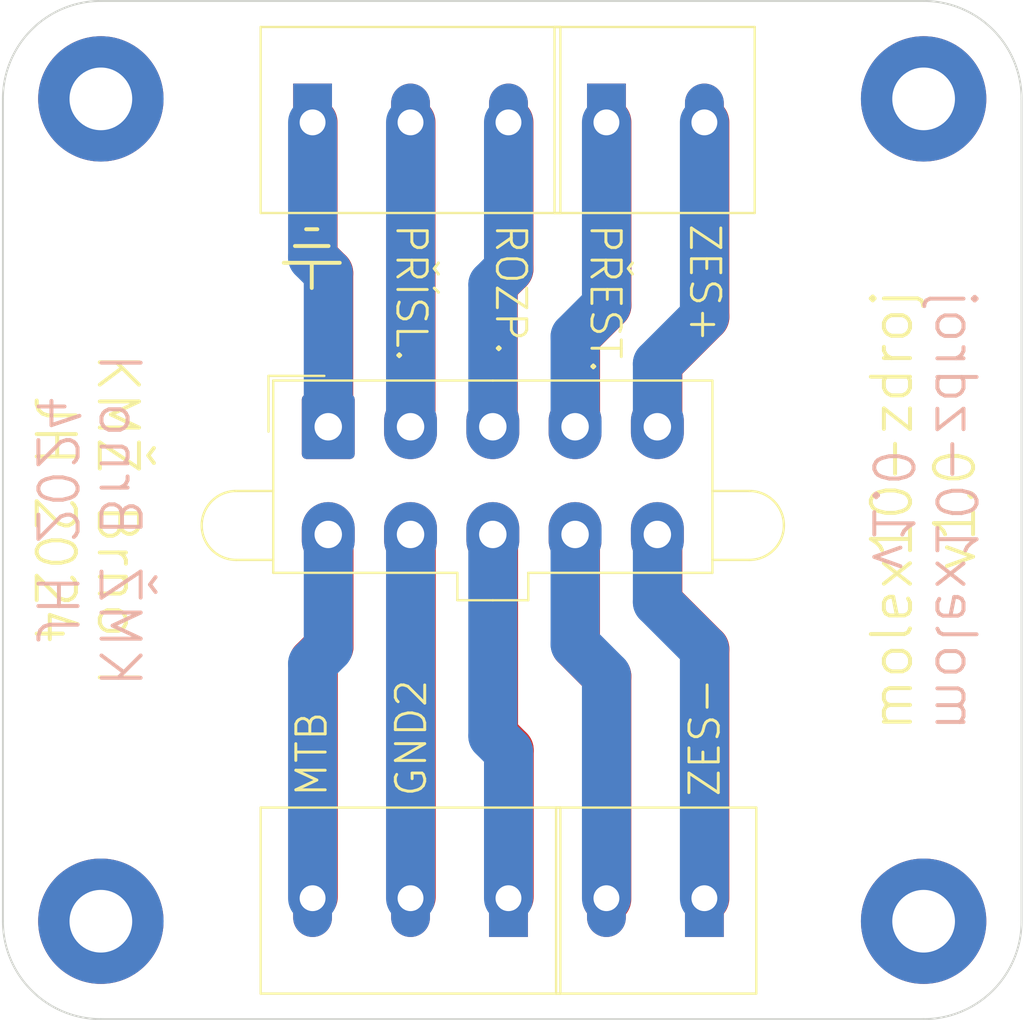
<source format=kicad_pcb>
(kicad_pcb (version 20221018) (generator pcbnew)
  (layers (0 "F.Cu" signal) (31 "B.Cu" signal) (34 "B.Paste" user) (35 "F.Paste" user) (36 "B.SilkS" user "B.Silkscreen") (37 "F.SilkS" user "F.Silkscreen") (38 "B.Mask" user) (39 "F.Mask" user) (44 "Edge.Cuts" user))
  (net 0 "")
  (net 1 "/GND")
  (net 2 "/ACC")
  (net 3 "/DISC")
  (net 4 "/SWITCH")
  (net 5 "/BOOST+")
  (net 6 "/BOOST-")
  (net 7 "Net-(J2-Pin_8)")
  (net 8 "/GND2")
  (net 9 "/MTB")
  (net 10 "Net-(J2-Pin_9)")
  (footprint "Connector_Molex:Molex_Mini-Fit_Jr_5566-10A2_2x05_P4.20mm_Vertical" (layer "F.Cu") (at 97.108 91.746)
    (fp_text reference "J2" hide)
    (fp_text value "Conn_02x04_Counter_Clockwise")
    (fp_line (start -4.7 3.28) (end -2.81 3.28) (stroke (width 0.12)) (layer "F.SilkS"))
    (fp_line (start -4.7 6.8) (end -2.81 6.8) (stroke (width 0.12)) (layer "F.SilkS"))
    (fp_line (start -3.05 -2.6) (end -3.05 0.25) (stroke (width 0.12)) (layer "F.SilkS"))
    (fp_line (start -2.81 -2.36) (end -2.81 7.46) (stroke (width 0.12)) (layer "F.SilkS"))
    (fp_line (start -2.81 7.46) (end 6.59 7.46) (stroke (width 0.12)) (layer "F.SilkS"))
    (fp_line (start -0.2 -2.6) (end -3.05 -2.6) (stroke (width 0.12)) (layer "F.SilkS"))
    (fp_line (start 6.59 7.46) (end 6.59 8.86) (stroke (width 0.12)) (layer "F.SilkS"))
    (fp_line (start 6.59 8.86) (end 8.4 8.86) (stroke (width 0.12)) (layer "F.SilkS"))
    (fp_line (start 8.4 -2.36) (end -2.81 -2.36) (stroke (width 0.12)) (layer "F.SilkS"))
    (fp_line (start 8.4 -2.36) (end 19.61 -2.36) (stroke (width 0.12)) (layer "F.SilkS"))
    (fp_line (start 10.21 7.46) (end 10.21 8.86) (stroke (width 0.12)) (layer "F.SilkS"))
    (fp_line (start 10.21 8.86) (end 8.4 8.86) (stroke (width 0.12)) (layer "F.SilkS"))
    (fp_line (start 19.61 -2.36) (end 19.61 7.46) (stroke (width 0.12)) (layer "F.SilkS"))
    (fp_line (start 19.61 7.46) (end 10.21 7.46) (stroke (width 0.12)) (layer "F.SilkS"))
    (fp_line (start 21.5 3.28) (end 19.61 3.28) (stroke (width 0.12)) (layer "F.SilkS"))
    (fp_line (start 21.5 6.8) (end 19.61 6.8) (stroke (width 0.12)) (layer "F.SilkS"))
    (fp_arc (start -4.7 6.8) (mid -6.46 5.04) (end -4.7 3.28) (stroke (width 0.12)) (layer "F.SilkS"))
    (fp_arc (start 21.5 3.28) (mid 23.26 5.04) (end 21.5 6.8) (stroke (width 0.12)) (layer "F.SilkS"))
    (pad "" np_thru_hole circle (at -4.7 5.04) (size 3 3) (drill 3) (layers "*.Cu" "*.Mask"))
    (pad "" np_thru_hole circle (at 21.5 5.04) (size 3 3) (drill 3) (layers "*.Cu" "*.Mask"))
    (pad "1" thru_hole roundrect (at 0 0) (size 2.7 3.3) (drill 1.4) (layers "*.Cu" "*.Mask") (roundrect_rratio 0.092593) (net 1 "/GND"))
    (pad "2" thru_hole oval (at 4.2 0) (size 2.7 3.3) (drill 1.4) (layers "*.Cu" "*.Mask") (net 2 "/ACC"))
    (pad "3" thru_hole oval (at 8.4 0) (size 2.7 3.3) (drill 1.4) (layers "*.Cu" "*.Mask") (net 3 "/DISC"))
    (pad "4" thru_hole oval (at 12.6 0) (size 2.7 3.3) (drill 1.4) (layers "*.Cu" "*.Mask") (net 4 "/SWITCH"))
    (pad "5" thru_hole oval (at 16.8 0) (size 2.7 3.3) (drill 1.4) (layers "*.Cu" "*.Mask") (net 5 "/BOOST+"))
    (pad "6" thru_hole oval (at 0 5.5) (size 2.7 3.3) (drill 1.4) (layers "*.Cu" "*.Mask") (net 9 "/MTB"))
    (pad "7" thru_hole oval (at 4.2 5.5) (size 2.7 3.3) (drill 1.4) (layers "*.Cu" "*.Mask") (net 8 "/GND2"))
    (pad "8" thru_hole oval (at 8.4 5.5) (size 2.7 3.3) (drill 1.4) (layers "*.Cu" "*.Mask") (net 7 "Net-(J2-Pin_8)"))
    (pad "9" thru_hole oval (at 12.6 5.5) (size 2.7 3.3) (drill 1.4) (layers "*.Cu" "*.Mask") (net 10 "Net-(J2-Pin_9)"))
    (pad "10" thru_hole oval (at 16.8 5.5) (size 2.7 3.3) (drill 1.4) (layers "*.Cu" "*.Mask") (net 6 "/BOOST-"))
  )
  (footprint "TerminalBlock_Euroclamp:MVE252-5-V" (layer "F.Cu") (at 113.808 76.2)
    (fp_text reference "J4" hide)
    (fp_text value "MVE252-5-V")
    (fp_line (start -5.15 -4.872) (end 5.07 -4.872) (stroke (width 0.12)) (layer "F.SilkS"))
    (fp_line (start -5.15 4.628) (end -5.15 -4.872) (stroke (width 0.12)) (layer "F.SilkS"))
    (fp_line (start 5.07 -4.872) (end 5.07 4.628) (stroke (width 0.12)) (layer "F.SilkS"))
    (fp_line (start 5.07 4.628) (end -5.15 4.628) (stroke (width 0.12)) (layer "F.SilkS"))
    (pad "1" thru_hole rect (at -2.5 0) (size 1.98 3.96) (drill 1.32) (layers "*.Cu" "*.Mask") (net 4 "/SWITCH"))
    (pad "2" thru_hole oval (at 2.5 0) (size 1.98 3.96) (drill 1.32) (layers "*.Cu" "*.Mask") (net 5 "/BOOST+"))
  )
  (footprint "MountingHole:MountingHole_3.2mm_M3_Pad" (layer "F.Cu") (at 85.5 75)
    (fp_text reference "H1" hide)
    (fp_text value "MountingHole")
    (pad "1" thru_hole circle (at 0 0) (size 6.4 6.4) (drill 3.2) (layers "*.Cu" "*.Mask"))
  )
  (footprint "TerminalBlock_Euroclamp:MVE253-5-V" (layer "F.Cu") (at 101.308 76.2)
    (fp_text reference "J1" hide)
    (fp_text value "MVE253-5-V")
    (fp_line (start -7.65 -4.872) (end 7.65 -4.872) (stroke (width 0.12)) (layer "F.SilkS"))
    (fp_line (start -7.65 4.628) (end -7.65 -4.872) (stroke (width 0.12)) (layer "F.SilkS"))
    (fp_line (start 7.65 -4.872) (end 7.65 4.628) (stroke (width 0.12)) (layer "F.SilkS"))
    (fp_line (start 7.65 4.628) (end -7.65 4.628) (stroke (width 0.12)) (layer "F.SilkS"))
    (pad "1" thru_hole rect (at -5 0) (size 1.98 3.96) (drill 1.32) (layers "*.Cu" "*.Mask") (net 1 "/GND"))
    (pad "2" thru_hole oval (at 0 0) (size 1.98 3.96) (drill 1.32) (layers "*.Cu" "*.Mask") (net 2 "/ACC"))
    (pad "3" thru_hole oval (at 5 0) (size 1.98 3.96) (drill 1.32) (layers "*.Cu" "*.Mask") (net 3 "/DISC"))
  )
  (footprint "TerminalBlock_Euroclamp:MVE253-5-V" (layer "F.Cu") (at 101.308 115.824 180)
    (fp_text reference "J3" hide)
    (fp_text value "MVE253-5-V")
    (fp_line (start -7.65 -4.872) (end 7.65 -4.872) (stroke (width 0.12)) (layer "F.SilkS"))
    (fp_line (start -7.65 4.628) (end -7.65 -4.872) (stroke (width 0.12)) (layer "F.SilkS"))
    (fp_line (start 7.65 -4.872) (end 7.65 4.628) (stroke (width 0.12)) (layer "F.SilkS"))
    (fp_line (start 7.65 4.628) (end -7.65 4.628) (stroke (width 0.12)) (layer "F.SilkS"))
    (pad "1" thru_hole rect (at -5 0 180) (size 1.98 3.96) (drill 1.32) (layers "*.Cu" "*.Mask") (net 7 "Net-(J2-Pin_8)"))
    (pad "2" thru_hole oval (at 0 0 180) (size 1.98 3.96) (drill 1.32) (layers "*.Cu" "*.Mask") (net 8 "/GND2"))
    (pad "3" thru_hole oval (at 5 0 180) (size 1.98 3.96) (drill 1.32) (layers "*.Cu" "*.Mask") (net 9 "/MTB"))
  )
  (footprint "MountingHole:MountingHole_3.2mm_M3_Pad" (layer "F.Cu") (at 127.5 75)
    (fp_text reference "H4" hide)
    (fp_text value "MountingHole")
    (pad "1" thru_hole circle (at 0 0) (size 6.4 6.4) (drill 3.2) (layers "*.Cu" "*.Mask"))
  )
  (footprint "TerminalBlock_Euroclamp:MVE252-5-V" (layer "F.Cu") (at 113.808 115.824 180)
    (fp_text reference "J5" hide)
    (fp_text value "MVE252-5-V")
    (fp_line (start -5.15 -4.872) (end 5.07 -4.872) (stroke (width 0.12)) (layer "F.SilkS"))
    (fp_line (start -5.15 4.628) (end -5.15 -4.872) (stroke (width 0.12)) (layer "F.SilkS"))
    (fp_line (start 5.07 -4.872) (end 5.07 4.628) (stroke (width 0.12)) (layer "F.SilkS"))
    (fp_line (start 5.07 4.628) (end -5.15 4.628) (stroke (width 0.12)) (layer "F.SilkS"))
    (pad "1" thru_hole rect (at -2.5 0 180) (size 1.98 3.96) (drill 1.32) (layers "*.Cu" "*.Mask") (net 6 "/BOOST-"))
    (pad "2" thru_hole oval (at 2.5 0 180) (size 1.98 3.96) (drill 1.32) (layers "*.Cu" "*.Mask") (net 10 "Net-(J2-Pin_9)"))
  )
  (footprint "MountingHole:MountingHole_3.2mm_M3_Pad" (layer "F.Cu") (at 127.5 117)
    (fp_text reference "H2" hide)
    (fp_text value "MountingHole")
    (pad "1" thru_hole circle (at 0 0) (size 6.4 6.4) (drill 3.2) (layers "*.Cu" "*.Mask"))
  )
  (footprint "MountingHole:MountingHole_3.2mm_M3_Pad" (layer "F.Cu") (at 85.5 117)
    (fp_text reference "H3" hide)
    (fp_text value "MountingHole")
    (pad "1" thru_hole circle (at 0 0) (size 6.4 6.4) (drill 3.2) (layers "*.Cu" "*.Mask"))
  )
  (gr_arc (start 127.5 70) (mid 131.035534 71.464466) (end 132.5 75) (stroke (width 0.1)) (layer "Edge.Cuts"))
  (gr_arc (start 80.5 75) (mid 81.964466 71.464466) (end 85.5 70) (stroke (width 0.1)) (layer "Edge.Cuts"))
  (gr_line (start 127.5 122) (end 85.5 122) (stroke (width 0.1)) (layer "Edge.Cuts"))
  (gr_line (start 80.5 117) (end 80.5 75) (stroke (width 0.1)) (layer "Edge.Cuts"))
  (gr_line (start 85.5 70) (end 127.5 70) (stroke (width 0.1)) (layer "Edge.Cuts"))
  (gr_line (start 132.5 75) (end 132.5 117) (stroke (width 0.1)) (layer "Edge.Cuts"))
  (gr_arc (start 85.5 122) (mid 81.964466 120.535534) (end 80.5 117) (stroke (width 0.1)) (layer "Edge.Cuts"))
  (gr_arc (start 132.5 117) (mid 131.035534 120.535534) (end 127.5 122) (stroke (width 0.1)) (layer "Edge.Cuts"))
  (gr_text "KMŽ Brno I\nJH 2024" (at 84.836 96.52 -90) (layer "B.SilkS") (effects (font (size 2 2) (thickness 0.2)) (justify mirror)))
  (gr_text "molex10-zdroj\nv1.0" (at 127.508 96.012 -90) (layer "B.SilkS") (effects (font (size 2 2) (thickness 0.2)) (justify mirror)))
  (gr_text "GND2" (at 101.346 110.744 90) (layer "F.SilkS") (effects (font (size 1.5 1.5)) (justify left)))
  (gr_text "ROZP." (at 106.426 81.28 -90) (layer "F.SilkS") (effects (font (size 1.5 1.5)) (justify left)))
  (gr_text "MTB" (at 96.266 110.744 90) (layer "F.SilkS") (effects (font (size 1.5 1.5)) (justify left)))
  (gr_text "molex10-zdroj\nv1.0" (at 127.5 96 90) (layer "F.SilkS") (effects (font (size 2 2) (thickness 0.2))))
  (gr_text "ZES-" (at 116.332 110.744 90) (layer "F.SilkS") (effects (font (size 1.5 1.5)) (justify left)))
  (gr_text "PŘEST." (at 111.252 81.28 -90) (layer "F.SilkS") (effects (font (size 1.5 1.5)) (justify left)))
  (gr_text "ZES+" (at 116.332 81.28 -90) (layer "F.SilkS") (effects (font (size 1.5 1.5)) (justify left)))
  (gr_text "⏚" (at 96.266 81.28 180) (layer "F.SilkS") (effects (font (size 3 3) (thickness 0.2)) (justify bottom)))
  (gr_text "KMŽ Brno I\nJH 2024" (at 84.75 96.5 270) (layer "F.SilkS") (effects (font (size 2 2) (thickness 0.2))))
  (gr_text "PŘÍSL." (at 101.346 81.28 270) (layer "F.SilkS") (effects (font (size 1.5 1.5)) (justify left)))
  (segment (start 96.332 76.2) (end 96.332 83.1) (width 2.5) (layer "F.Cu") (net 1))
  (segment (start 96.332 83.1) (end 97.132 83.9) (width 2.5) (layer "F.Cu") (net 1))
  (segment (start 97.132 83.9) (end 97.132 91.746) (width 2.5) (layer "F.Cu") (net 1))
  (segment (start 97.108 83.9) (end 97.108 91.746) (width 2.5) (layer "B.Cu") (net 1))
  (segment (start 96.308 83.1) (end 97.108 83.9) (width 2.5) (layer "B.Cu") (net 1))
  (segment (start 96.308 76.2) (end 96.308 83.1) (width 2.5) (layer "B.Cu") (net 1))
  (segment (start 101.332 91.746) (end 101.332 76.2) (width 2.5) (layer "F.Cu") (net 2))
  (segment (start 101.308 91.746) (end 101.308 76.2) (width 2.5) (layer "B.Cu") (net 2))
  (segment (start 105.532 84.484) (end 106.332 83.684) (width 2.5) (layer "F.Cu") (net 3))
  (segment (start 106.332 83.684) (end 106.332 76.2) (width 2.5) (layer "F.Cu") (net 3))
  (segment (start 105.532 91.746) (end 105.532 84.484) (width 2.5) (layer "F.Cu") (net 3))
  (segment (start 106.308 83.684) (end 106.308 76.2) (width 2.5) (layer "B.Cu") (net 3))
  (segment (start 105.508 91.746) (end 105.508 84.484) (width 2.5) (layer "B.Cu") (net 3))
  (segment (start 105.508 84.484) (end 106.308 83.684) (width 2.5) (layer "B.Cu") (net 3))
  (segment (start 111.332 85.542) (end 111.332 76.2) (width 2.5) (layer "F.Cu") (net 4))
  (segment (start 109.732 91.746) (end 109.732 87.142) (width 2.5) (layer "F.Cu") (net 4))
  (segment (start 109.732 87.142) (end 111.332 85.542) (width 2.5) (layer "F.Cu") (net 4))
  (segment (start 109.708 91.746) (end 109.708 87.142) (width 2.5) (layer "B.Cu") (net 4))
  (segment (start 109.708 87.142) (end 111.308 85.542) (width 2.5) (layer "B.Cu") (net 4))
  (segment (start 111.308 85.542) (end 111.308 76.2) (width 2.5) (layer "B.Cu") (net 4))
  (segment (start 116.332 86.13) (end 113.932 88.53) (width 2.5) (layer "F.Cu") (net 5))
  (segment (start 113.932 88.53) (end 113.932 91.746) (width 2.5) (layer "F.Cu") (net 5))
  (segment (start 116.332 76.2) (end 116.332 86.13) (width 2.5) (layer "F.Cu") (net 5))
  (segment (start 116.308 86.13) (end 113.908 88.53) (width 2.5) (layer "B.Cu") (net 5))
  (segment (start 116.308 76.2) (end 116.308 86.13) (width 2.5) (layer "B.Cu") (net 5))
  (segment (start 113.908 88.53) (end 113.908 91.746) (width 2.5) (layer "B.Cu") (net 5))
  (segment (start 113.932 97.246) (end 113.932 100.7) (width 2.5) (layer "F.Cu") (net 6))
  (segment (start 113.932 100.7) (end 116.332 103.1) (width 2.5) (layer "F.Cu") (net 6))
  (segment (start 116.332 103.1) (end 116.332 115.824) (width 2.5) (layer "F.Cu") (net 6))
  (segment (start 113.908 100.7) (end 116.308 103.1) (width 2.5) (layer "B.Cu") (net 6))
  (segment (start 113.908 97.246) (end 113.908 100.7) (width 2.5) (layer "B.Cu") (net 6))
  (segment (start 116.308 103.1) (end 116.308 115.824) (width 2.5) (layer "B.Cu") (net 6))
  (segment (start 106.346 108.266) (end 106.346 115.75) (width 2.5) (layer "F.Cu") (net 7))
  (segment (start 105.546 107.466) (end 106.346 108.266) (width 2.5) (layer "F.Cu") (net 7))
  (segment (start 105.546 97.172) (end 105.546 107.466) (width 2.5) (layer "F.Cu") (net 7))
  (segment (start 106.308 108.34) (end 106.308 115.824) (width 2.5) (layer "B.Cu") (net 7))
  (segment (start 105.508 107.54) (end 106.308 108.34) (width 2.5) (layer "B.Cu") (net 7))
  (segment (start 105.508 97.246) (end 105.508 107.54) (width 2.5) (layer "B.Cu") (net 7))
  (segment (start 101.346 97.172) (end 101.346 115.75) (width 2.5) (layer "F.Cu") (net 8))
  (segment (start 101.308 97.246) (end 101.308 115.824) (width 2.5) (layer "B.Cu") (net 8))
  (segment (start 97.146 102.97) (end 96.346 103.77) (width 2.5) (layer "F.Cu") (net 9))
  (segment (start 96.346 103.77) (end 96.346 115.75) (width 2.5) (layer "F.Cu") (net 9))
  (segment (start 97.146 97.172) (end 97.146 102.97) (width 2.5) (layer "F.Cu") (net 9))
  (segment (start 97.108 97.246) (end 97.108 103.044) (width 2.5) (layer "B.Cu") (net 9))
  (segment (start 97.108 103.044) (end 96.308 103.844) (width 2.5) (layer "B.Cu") (net 9))
  (segment (start 96.308 103.844) (end 96.308 115.824) (width 2.5) (layer "B.Cu") (net 9))
  (segment (start 111.328 115.86) (end 111.328 104.486) (width 2.5) (layer "F.Cu") (net 10))
  (segment (start 109.728 102.886) (end 109.728 97.282) (width 2.5) (layer "F.Cu") (net 10))
  (segment (start 111.328 104.486) (end 109.728 102.886) (width 2.5) (layer "F.Cu") (net 10))
  (segment (start 109.708 102.85) (end 109.708 97.246) (width 2.5) (layer "B.Cu") (net 10))
  (segment (start 111.308 115.824) (end 111.308 104.45) (width 2.5) (layer "B.Cu") (net 10))
  (segment (start 111.308 104.45) (end 109.708 102.85) (width 2.5) (layer "B.Cu") (net 10))
)
</source>
